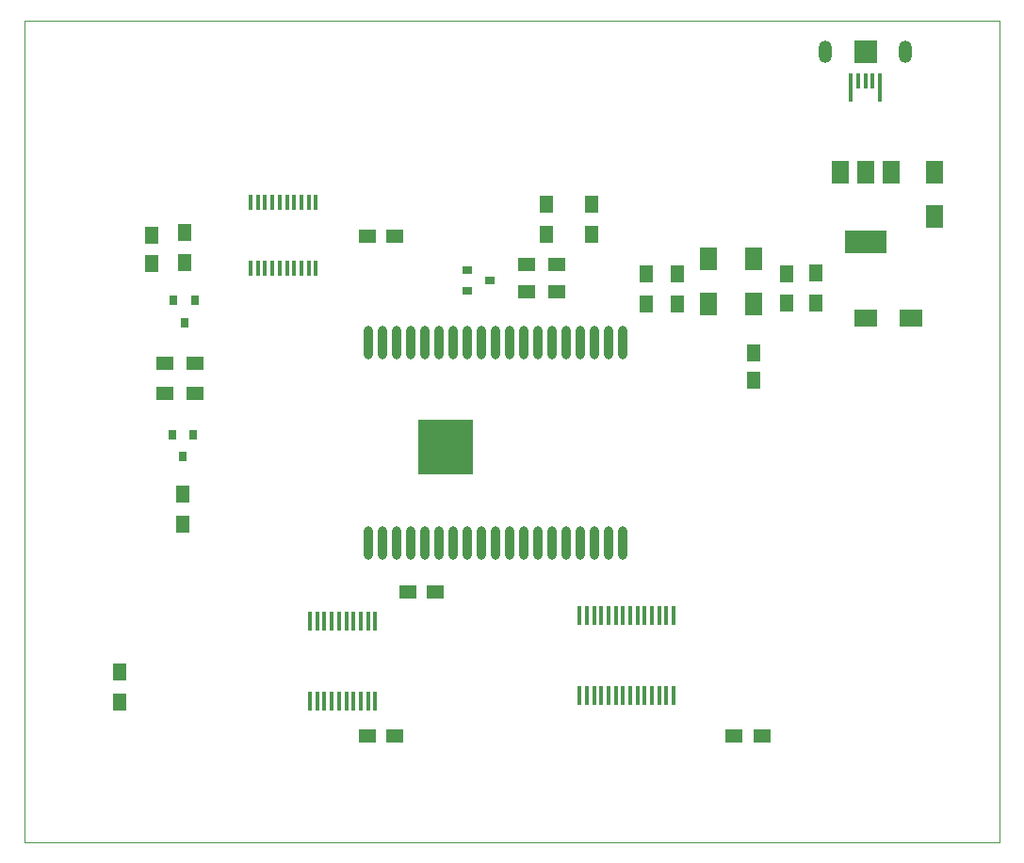
<source format=gbr>
G04 #@! TF.GenerationSoftware,KiCad,Pcbnew,(5.1.5)-3*
G04 #@! TF.CreationDate,2020-08-02T12:31:38+12:00*
G04 #@! TF.ProjectId,PocketTRS,506f636b-6574-4545-9253-2e6b69636164,rev?*
G04 #@! TF.SameCoordinates,Original*
G04 #@! TF.FileFunction,Paste,Top*
G04 #@! TF.FilePolarity,Positive*
%FSLAX46Y46*%
G04 Gerber Fmt 4.6, Leading zero omitted, Abs format (unit mm)*
G04 Created by KiCad (PCBNEW (5.1.5)-3) date 2020-08-02 12:31:38*
%MOMM*%
%LPD*%
G04 APERTURE LIST*
%ADD10C,0.050000*%
%ADD11R,0.400000X2.500000*%
%ADD12R,0.400000X1.350000*%
%ADD13O,1.200000X2.000000*%
%ADD14R,2.000000X2.000000*%
%ADD15O,0.900000X3.000000*%
%ADD16R,5.000000X5.000000*%
%ADD17R,1.500000X2.000000*%
%ADD18R,3.800000X2.000000*%
%ADD19R,1.600000X2.000000*%
%ADD20R,1.250000X1.500000*%
%ADD21R,2.000000X1.600000*%
%ADD22R,1.500000X1.250000*%
%ADD23R,1.300000X1.500000*%
%ADD24R,1.500000X1.300000*%
%ADD25R,0.450000X1.750000*%
%ADD26R,0.450000X1.450000*%
%ADD27R,0.900000X0.800000*%
%ADD28R,0.800000X0.900000*%
G04 APERTURE END LIST*
D10*
X252730000Y-64770000D02*
X252730000Y-61976000D01*
X165100000Y-61976000D02*
X165100000Y-64770000D01*
X252730000Y-135890000D02*
X165100000Y-135890000D01*
X252730000Y-64770000D02*
X252730000Y-135890000D01*
X165100000Y-135890000D02*
X165100000Y-64770000D01*
X165100000Y-61976000D02*
X252730000Y-61976000D01*
D11*
X239365000Y-68021200D03*
D12*
X240015000Y-67445000D03*
X240665000Y-67445000D03*
X241315000Y-67445000D03*
D11*
X241965000Y-68021200D03*
D13*
X237090000Y-64770000D03*
D14*
X240665000Y-64770000D03*
D13*
X244240000Y-64770000D03*
D15*
X195982000Y-90919000D03*
X197252000Y-90919000D03*
X198522000Y-90919000D03*
X199792000Y-90919000D03*
X201062000Y-90919000D03*
X202332000Y-90919000D03*
X203602000Y-90919000D03*
X204872000Y-90919000D03*
X206142000Y-90919000D03*
X207412000Y-90919000D03*
X208682000Y-90919000D03*
X209952000Y-90919000D03*
X211222000Y-90919000D03*
X212492000Y-90919000D03*
X213792000Y-90949000D03*
X215062000Y-90949000D03*
X216332000Y-90949000D03*
X217602000Y-90949000D03*
X218872000Y-90949000D03*
X218872000Y-108949000D03*
X217602000Y-108949000D03*
X216332000Y-108949000D03*
X215062000Y-108949000D03*
X213792000Y-108949000D03*
X212492000Y-108949000D03*
X211222000Y-108949000D03*
X209952000Y-108949000D03*
X208682000Y-108949000D03*
X207412000Y-108949000D03*
X206142000Y-108949000D03*
X204872000Y-108949000D03*
X203602000Y-108949000D03*
X202332000Y-108949000D03*
X201062000Y-108949000D03*
X199792000Y-108949000D03*
X198522000Y-108949000D03*
X197252000Y-108949000D03*
X195982000Y-108949000D03*
D16*
X202902000Y-100349000D03*
D17*
X242965000Y-75590000D03*
X238365000Y-75590000D03*
X240665000Y-75590000D03*
D18*
X240665000Y-81890000D03*
D19*
X226568000Y-87439000D03*
X226568000Y-83439000D03*
X230632000Y-87439000D03*
X230632000Y-83439000D03*
D20*
X230632000Y-91841000D03*
X230632000Y-94341000D03*
D19*
X246888000Y-79597000D03*
X246888000Y-75597000D03*
D21*
X244729000Y-88773000D03*
X240729000Y-88773000D03*
D22*
X195874000Y-126365000D03*
X198374000Y-126365000D03*
X231374000Y-126365000D03*
X228874000Y-126365000D03*
X195874000Y-81407000D03*
X198374000Y-81407000D03*
X202037000Y-113411000D03*
X199537000Y-113411000D03*
D20*
X176530000Y-81300000D03*
X176530000Y-83800000D03*
D23*
X211963000Y-78533000D03*
X211963000Y-81233000D03*
X216027000Y-81233000D03*
X216027000Y-78533000D03*
X220980000Y-87456000D03*
X220980000Y-84756000D03*
X223774000Y-87456000D03*
X223774000Y-84756000D03*
X233553000Y-87409000D03*
X233553000Y-84756000D03*
X236220000Y-84709000D03*
X236220000Y-87409000D03*
D24*
X210232000Y-86360000D03*
X212932000Y-86360000D03*
X212932000Y-83947000D03*
X210232000Y-83947000D03*
D23*
X179324000Y-104568000D03*
X179324000Y-107268000D03*
X179451000Y-83773000D03*
X179451000Y-81073000D03*
D24*
X180373000Y-95504000D03*
X177673000Y-95504000D03*
X180373000Y-92837000D03*
X177673000Y-92837000D03*
D23*
X173609000Y-123270000D03*
X173609000Y-120570000D03*
D25*
X214977000Y-115526000D03*
X215627000Y-115526000D03*
X216277000Y-115526000D03*
X216927000Y-115526000D03*
X217577000Y-115526000D03*
X218227000Y-115526000D03*
X218877000Y-115526000D03*
X219527000Y-115526000D03*
X220177000Y-115526000D03*
X220827000Y-115526000D03*
X221477000Y-115526000D03*
X222127000Y-115526000D03*
X222777000Y-115526000D03*
X223427000Y-115526000D03*
X223427000Y-122726000D03*
X222777000Y-122726000D03*
X222127000Y-122726000D03*
X221477000Y-122726000D03*
X220827000Y-122726000D03*
X220177000Y-122726000D03*
X219527000Y-122726000D03*
X218877000Y-122726000D03*
X218227000Y-122726000D03*
X217577000Y-122726000D03*
X216927000Y-122726000D03*
X216277000Y-122726000D03*
X215627000Y-122726000D03*
X214977000Y-122726000D03*
X196600000Y-123234000D03*
X195950000Y-123234000D03*
X195300000Y-123234000D03*
X194650000Y-123234000D03*
X194000000Y-123234000D03*
X193350000Y-123234000D03*
X192700000Y-123234000D03*
X192050000Y-123234000D03*
X191400000Y-123234000D03*
X190750000Y-123234000D03*
X190750000Y-116034000D03*
X191400000Y-116034000D03*
X192050000Y-116034000D03*
X192700000Y-116034000D03*
X193350000Y-116034000D03*
X194000000Y-116034000D03*
X194650000Y-116034000D03*
X195300000Y-116034000D03*
X195950000Y-116034000D03*
X196600000Y-116034000D03*
D26*
X191266000Y-84230000D03*
X190616000Y-84230000D03*
X189966000Y-84230000D03*
X189316000Y-84230000D03*
X188666000Y-84230000D03*
X188016000Y-84230000D03*
X187366000Y-84230000D03*
X186716000Y-84230000D03*
X186066000Y-84230000D03*
X185416000Y-84230000D03*
X185416000Y-78330000D03*
X186066000Y-78330000D03*
X186716000Y-78330000D03*
X187366000Y-78330000D03*
X188016000Y-78330000D03*
X188666000Y-78330000D03*
X189316000Y-78330000D03*
X189966000Y-78330000D03*
X190616000Y-78330000D03*
X191266000Y-78330000D03*
D27*
X206867000Y-85344000D03*
X204867000Y-86294000D03*
X204867000Y-84394000D03*
D28*
X180274000Y-99203000D03*
X178374000Y-99203000D03*
X179324000Y-101203000D03*
X179451000Y-89138000D03*
X178501000Y-87138000D03*
X180401000Y-87138000D03*
M02*

</source>
